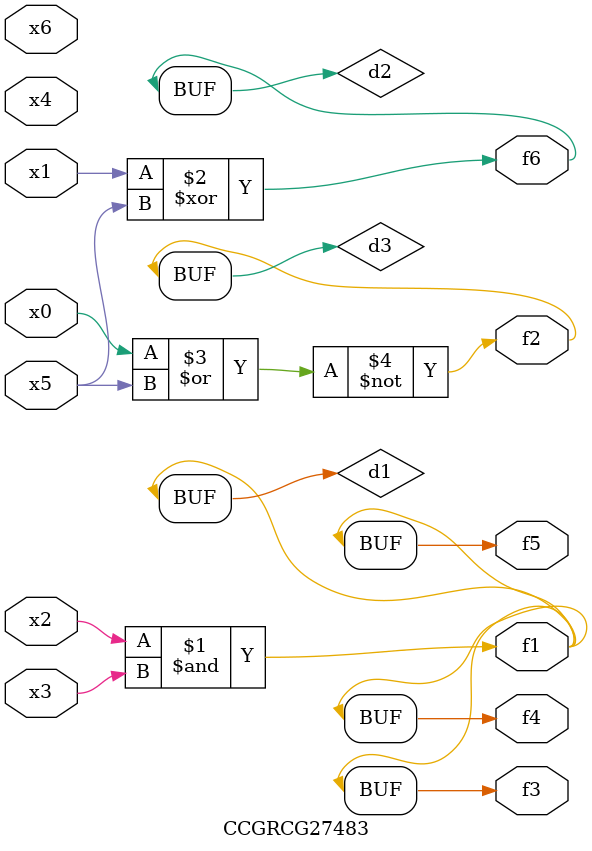
<source format=v>
module CCGRCG27483(
	input x0, x1, x2, x3, x4, x5, x6,
	output f1, f2, f3, f4, f5, f6
);

	wire d1, d2, d3;

	and (d1, x2, x3);
	xor (d2, x1, x5);
	nor (d3, x0, x5);
	assign f1 = d1;
	assign f2 = d3;
	assign f3 = d1;
	assign f4 = d1;
	assign f5 = d1;
	assign f6 = d2;
endmodule

</source>
